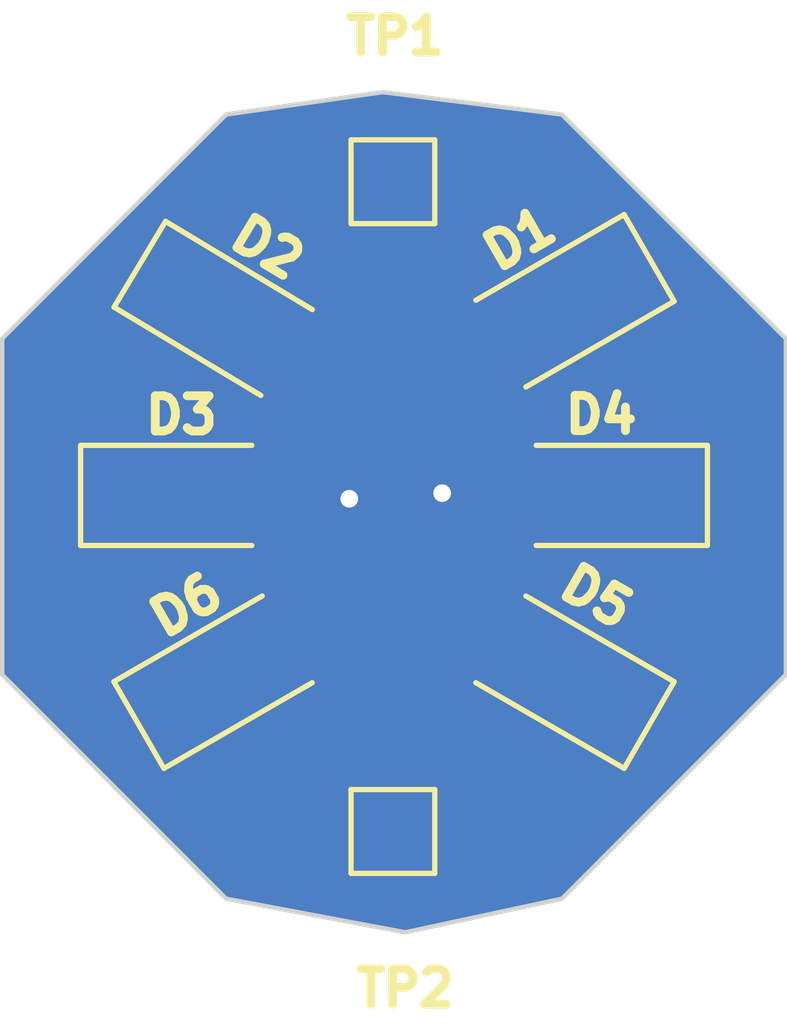
<source format=kicad_pcb>
(kicad_pcb (version 20221018) (generator pcbnew)
  (layers (0 "F.Cu" signal) (31 "B.Cu" signal) (34 "B.Paste" user) (35 "F.Paste" user) (36 "B.SilkS" user "B.Silkscreen") (37 "F.SilkS" user "F.Silkscreen") (38 "B.Mask" user) (39 "F.Mask" user) (44 "Edge.Cuts" user))
  (net 0 "")
  (net 1 "VCC")
  (net 2 "/GND")
  (footprint "LED_SMD:LED_1206_3216Metric" (layer "F.Cu") (at 140.716 86.868 150)
    (fp_text reference "D5" (at 0.207092 1.933493 150) (layer "F.SilkS") (effects (font (size 0.8 0.8) (thickness 0.2))))
    (fp_text value "LED")
    (fp_line (start -2.285 -1.135) (end -2.285 1.135) (stroke (width 0.12)) (layer "F.SilkS"))
    (fp_line (start -2.285 1.135) (end 1.6 1.135) (stroke (width 0.12)) (layer "F.SilkS"))
    (fp_line (start 1.6 -1.135) (end -2.285 -1.135) (stroke (width 0.12)) (layer "F.SilkS"))
    (pad "1" smd roundrect (at -1.4 0 150) (size 1.25 1.75) (layers "F.Cu" "F.Paste" "F.Mask") (roundrect_rratio 0.2) (net 2 "/GND"))
    (pad "2" smd roundrect (at 1.4 0 150) (size 1.25 1.75) (layers "F.Cu" "F.Paste" "F.Mask") (roundrect_rratio 0.2) (net 1 "VCC"))
  )
  (footprint "LED_SMD:LED_1206_3216Metric" (layer "F.Cu") (at 141.732 82.804 180)
    (fp_text reference "D4" (at 0.127 1.8288) (layer "F.SilkS") (effects (font (size 0.8 0.8) (thickness 0.2))))
    (fp_text value "LED")
    (fp_line (start -2.285 -1.135) (end -2.285 1.135) (stroke (width 0.12)) (layer "F.SilkS"))
    (fp_line (start -2.285 1.135) (end 1.6 1.135) (stroke (width 0.12)) (layer "F.SilkS"))
    (fp_line (start 1.6 -1.135) (end -2.285 -1.135) (stroke (width 0.12)) (layer "F.SilkS"))
    (pad "1" smd roundrect (at -1.4 0 180) (size 1.25 1.75) (layers "F.Cu" "F.Paste" "F.Mask") (roundrect_rratio 0.2) (net 2 "/GND"))
    (pad "2" smd roundrect (at 1.4 0 180) (size 1.25 1.75) (layers "F.Cu" "F.Paste" "F.Mask") (roundrect_rratio 0.2) (net 1 "VCC"))
  )
  (footprint "LED_SMD:LED_1206_3216Metric" (layer "F.Cu") (at 140.716 78.5622 -150)
    (fp_text reference "D1" (at 0.048488 1.846417 30) (layer "F.SilkS") (effects (font (size 0.8 0.8) (thickness 0.2))))
    (fp_text value "LED")
    (fp_line (start -2.285 -1.135) (end -2.285 1.135) (stroke (width 0.12)) (layer "F.SilkS"))
    (fp_line (start -2.285 1.135) (end 1.6 1.135) (stroke (width 0.12)) (layer "F.SilkS"))
    (fp_line (start 1.6 -1.135) (end -2.285 -1.135) (stroke (width 0.12)) (layer "F.SilkS"))
    (pad "1" smd roundrect (at -1.4 0 210) (size 1.25 1.75) (layers "F.Cu" "F.Paste" "F.Mask") (roundrect_rratio 0.2) (net 2 "/GND"))
    (pad "2" smd roundrect (at 1.4 0 210) (size 1.25 1.75) (layers "F.Cu" "F.Paste" "F.Mask") (roundrect_rratio 0.2) (net 1 "VCC"))
  )
  (footprint "TestPoint:TestPoint_Pad_1.5x1.5mm" (layer "F.Cu") (at 136.8806 75.692)
    (fp_text reference "TP1" (at 0.0508 -3.302) (layer "F.SilkS") (effects (font (size 0.8 0.8) (thickness 0.2))))
    (fp_text value "TestPoint")
    (fp_line (start -0.95 -0.95) (end 0.95 -0.95) (stroke (width 0.12)) (layer "F.SilkS"))
    (fp_line (start -0.95 0.95) (end -0.95 -0.95) (stroke (width 0.12)) (layer "F.SilkS"))
    (fp_line (start 0.95 -0.95) (end 0.95 0.95) (stroke (width 0.12)) (layer "F.SilkS"))
    (fp_line (start 0.95 0.95) (end -0.95 0.95) (stroke (width 0.12)) (layer "F.SilkS"))
    (pad "1" smd rect (at 0 0) (size 1.5 1.5) (layers "F.Cu" "F.Mask") (net 2 "/GND"))
  )
  (footprint "TestPoint:TestPoint_Pad_1.5x1.5mm" (layer "F.Cu") (at 136.8806 90.424 180)
    (fp_text reference "TP2" (at -0.2794 -3.556) (layer "F.SilkS") (effects (font (size 0.8 0.8) (thickness 0.2))))
    (fp_text value "TestPoint")
    (fp_line (start -0.95 -0.95) (end 0.95 -0.95) (stroke (width 0.12)) (layer "F.SilkS"))
    (fp_line (start -0.95 0.95) (end -0.95 -0.95) (stroke (width 0.12)) (layer "F.SilkS"))
    (fp_line (start 0.95 -0.95) (end 0.95 0.95) (stroke (width 0.12)) (layer "F.SilkS"))
    (fp_line (start 0.95 0.95) (end -0.95 0.95) (stroke (width 0.12)) (layer "F.SilkS"))
    (pad "1" smd rect (at 0 0 180) (size 1.5 1.5) (layers "F.Cu" "F.Mask") (net 2 "/GND"))
  )
  (footprint "LED_SMD:LED_1206_3216Metric" (layer "F.Cu") (at 133.096 86.868 30)
    (fp_text reference "D6" (at 0 -1.82 30) (layer "F.SilkS") (effects (font (size 0.8 0.8) (thickness 0.2))))
    (fp_text value "LED")
    (fp_line (start -2.285 -1.135) (end -2.285 1.135) (stroke (width 0.12)) (layer "F.SilkS"))
    (fp_line (start -2.285 1.135) (end 1.6 1.135) (stroke (width 0.12)) (layer "F.SilkS"))
    (fp_line (start 1.6 -1.135) (end -2.285 -1.135) (stroke (width 0.12)) (layer "F.SilkS"))
    (pad "1" smd roundrect (at -1.4 0 30) (size 1.25 1.75) (layers "F.Cu" "F.Paste" "F.Mask") (roundrect_rratio 0.2) (net 2 "/GND"))
    (pad "2" smd roundrect (at 1.4 0 30) (size 1.25 1.75) (layers "F.Cu" "F.Paste" "F.Mask") (roundrect_rratio 0.2) (net 1 "VCC"))
  )
  (footprint "LED_SMD:LED_1206_3216Metric" (layer "F.Cu") (at 133.096 78.74 -31)
    (fp_text reference "D2" (at 0 -1.82 149) (layer "F.SilkS") (effects (font (size 0.8 0.8) (thickness 0.2))))
    (fp_text value "LED")
    (fp_line (start -2.285 -1.135) (end -2.285 1.135) (stroke (width 0.12)) (layer "F.SilkS"))
    (fp_line (start -2.285 1.135) (end 1.6 1.135) (stroke (width 0.12)) (layer "F.SilkS"))
    (fp_line (start 1.6 -1.135) (end -2.285 -1.135) (stroke (width 0.12)) (layer "F.SilkS"))
    (pad "1" smd roundrect (at -1.4 0 329) (size 1.25 1.75) (layers "F.Cu" "F.Paste" "F.Mask") (roundrect_rratio 0.2) (net 2 "/GND"))
    (pad "2" smd roundrect (at 1.4 0 329) (size 1.25 1.75) (layers "F.Cu" "F.Paste" "F.Mask") (roundrect_rratio 0.2) (net 1 "VCC"))
  )
  (footprint "LED_SMD:LED_1206_3216Metric" (layer "F.Cu") (at 132.08 82.804)
    (fp_text reference "D3" (at 0 -1.82) (layer "F.SilkS") (effects (font (size 0.8 0.8) (thickness 0.2))))
    (fp_text value "LED")
    (fp_line (start -2.285 -1.135) (end -2.285 1.135) (stroke (width 0.12)) (layer "F.SilkS"))
    (fp_line (start -2.285 1.135) (end 1.6 1.135) (stroke (width 0.12)) (layer "F.SilkS"))
    (fp_line (start 1.6 -1.135) (end -2.285 -1.135) (stroke (width 0.12)) (layer "F.SilkS"))
    (pad "1" smd roundrect (at -1.4 0) (size 1.25 1.75) (layers "F.Cu" "F.Paste" "F.Mask") (roundrect_rratio 0.2) (net 2 "/GND"))
    (pad "2" smd roundrect (at 1.4 0) (size 1.25 1.75) (layers "F.Cu" "F.Paste" "F.Mask") (roundrect_rratio 0.2) (net 1 "VCC"))
  )
  (gr_line (start 145.796 86.868) (end 140.716 91.948) (stroke (width 0.1)) (layer "Edge.Cuts"))
  (gr_line (start 140.716 74.168) (end 145.796 79.248) (stroke (width 0.1)) (layer "Edge.Cuts"))
  (gr_line (start 128.016 79.248) (end 128.016 86.868) (stroke (width 0.1)) (layer "Edge.Cuts"))
  (gr_line (start 133.096 91.948) (end 137.16 92.71) (stroke (width 0.1)) (layer "Edge.Cuts"))
  (gr_line (start 137.16 92.71) (end 140.716 91.948) (stroke (width 0.1)) (layer "Edge.Cuts"))
  (gr_line (start 145.796 79.248) (end 145.796 86.868) (stroke (width 0.1)) (layer "Edge.Cuts"))
  (gr_line (start 140.716 74.168) (end 136.652 73.66) (stroke (width 0.1)) (layer "Edge.Cuts"))
  (gr_line (start 136.652 73.66) (end 133.096 74.168) (stroke (width 0.1)) (layer "Edge.Cuts"))
  (gr_line (start 128.016 86.868) (end 133.096 91.948) (stroke (width 0.1)) (layer "Edge.Cuts"))
  (gr_line (start 128.016 79.248) (end 133.096 74.168) (stroke (width 0.1)) (layer "Edge.Cuts"))
  (segment (start 139.503564 83.632436) (end 140.332 82.804) (width 0.25) (layer "F.Cu") (net 1))
  (segment (start 139.503564 81.975564) (end 139.503564 79.2622) (width 0.25) (layer "F.Cu") (net 1))
  (segment (start 140.332 82.804) (end 139.503564 81.975564) (width 0.25) (layer "F.Cu") (net 1))
  (segment (start 133.48 82.804) (end 134.308436 83.632436) (width 0.25) (layer "F.Cu") (net 1))
  (segment (start 133.48 82.804) (end 135.8138 82.804) (width 0.25) (layer "F.Cu") (net 1))
  (segment (start 135.8138 82.804) (end 135.89 82.8802) (width 0.25) (layer "F.Cu") (net 1))
  (segment (start 134.308436 83.632436) (end 134.308436 86.168) (width 0.25) (layer "F.Cu") (net 1))
  (segment (start 134.296034 81.987966) (end 134.296034 79.461053) (width 0.25) (layer "F.Cu") (net 1))
  (segment (start 140.2812 82.7532) (end 140.332 82.804) (width 0.25) (layer "F.Cu") (net 1))
  (segment (start 133.48 82.804) (end 134.296034 81.987966) (width 0.25) (layer "F.Cu") (net 1))
  (segment (start 139.503564 86.168) (end 139.503564 83.632436) (width 0.25) (layer "F.Cu") (net 1))
  (segment (start 137.9982 82.7532) (end 140.2812 82.7532) (width 0.25) (layer "F.Cu") (net 1))
  (via (at 135.89 82.8802) (size 0.8) (drill 0.4) (layers "F.Cu" "B.Cu") (net 1))
  (via (at 137.9982 82.7532) (size 0.8) (drill 0.4) (layers "F.Cu" "B.Cu") (net 1))
  (zone (net 2) (net_name "/GND") (layer "F.Cu") (connect_pads (clearance 0.5)) (min_thickness 0.25) (fill yes (thermal_gap 0.5) (thermal_bridge_width 0.5))
    (polygon (pts (xy 133.096 73.66) (xy 140.716 73.66) (xy 145.796 79.248) (xy 145.796 86.868) (xy 140.716 93.218) (xy 133.096 93.218) (xy 128.016 86.868) (xy 128.016 79.248)))
  )
  (zone (net 1) (net_name "VCC") (layer "B.Cu") (connect_pads (clearance 0.5)) (min_thickness 0.25) (fill yes (thermal_gap 0.5) (thermal_bridge_width 0.5))
    (polygon (pts (xy 133.096 73.66) (xy 140.716 73.66) (xy 145.796 79.248) (xy 145.796 86.868) (xy 140.716 93.218) (xy 133.096 93.218) (xy 128.016 86.868) (xy 128.016 79.248)))
  )
)
</source>
